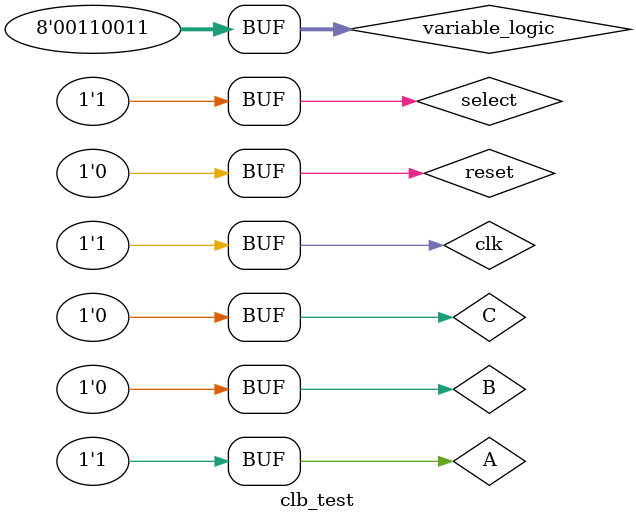
<source format=sv>

module clb_test ;
  reg [7:0] variable_logic;
  reg A,B,C,clk,reset,select;
  wire clb_out;
  
  CLB_3 clb1(variable_logic,A,B,C,clk,reset,select,clb_out);
  
  initial begin 
    // Dump waves
    $dumpfile("dump.vcd");
    $dumpvars(1);
    A<=1'b0;
    B<=1'b0;
    C<=1'b0;
    select<=1'b0;
    variable_logic <= 8'b00110011;
    clk<=1'b0;
    reset<=1'b0;
    #5;
    A<=1'b1;
    #5;
    B<=1'b1;
    #5;
    B<=1'b0;
    #1;
    clk<=1;
    #4;
    select<=1'b1;
    #1;
    B<=1'b0;
    #4;
  end
endmodule
</source>
